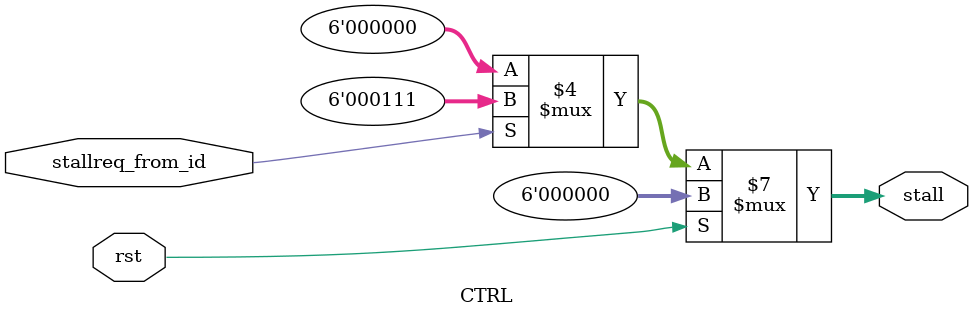
<source format=v>
`include "defines.v"

module CTRL
(
    input wire         rst,
    input wire         stallreq_from_id,
    //input wire         stallreq_from_ex;
    output reg [ 5: 0] stall

);

    always @(*) begin
    	if (rst) begin
    		stall <= 6'b000000;
    	end else if(stallreq_from_id==1'b1) begin
    		stall <= 6'b000111;
    	end else begin
    		stall <= 6'b000000;
    	end
    end

endmodule
</source>
